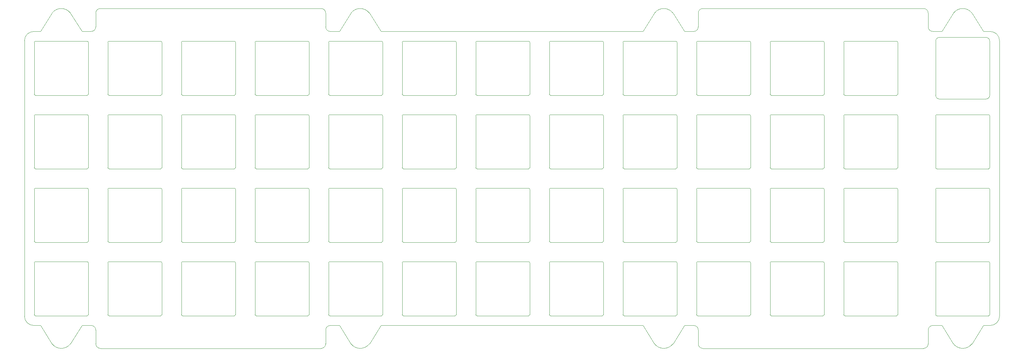
<source format=gbr>
G04 #@! TF.GenerationSoftware,KiCad,Pcbnew,(6.0.5-0)*
G04 #@! TF.CreationDate,2022-07-18T09:45:56-05:00*
G04 #@! TF.ProjectId,plate,706c6174-652e-46b6-9963-61645f706362,rev?*
G04 #@! TF.SameCoordinates,Original*
G04 #@! TF.FileFunction,Profile,NP*
%FSLAX46Y46*%
G04 Gerber Fmt 4.6, Leading zero omitted, Abs format (unit mm)*
G04 Created by KiCad (PCBNEW (6.0.5-0)) date 2022-07-18 09:45:56*
%MOMM*%
%LPD*%
G01*
G04 APERTURE LIST*
G04 #@! TA.AperFunction,Profile*
%ADD10C,0.050000*%
G04 #@! TD*
G04 #@! TA.AperFunction,Profile*
%ADD11C,0.100000*%
G04 #@! TD*
G04 APERTURE END LIST*
D10*
X396479634Y-116681394D02*
G75*
G03*
X398860894Y-114300144I-34J2381294D01*
G01*
X396479634Y-116681404D02*
X394693747Y-116681516D01*
X398860844Y-42862716D02*
G75*
G03*
X396479634Y-40481456I-2381244J16D01*
G01*
X396479634Y-40481456D02*
X394693747Y-40481452D01*
X306587423Y-40481452D02*
X238721741Y-40481452D01*
X150615417Y-40481452D02*
X148829842Y-40481468D01*
X148829842Y-116681404D02*
X150615417Y-116681404D01*
X238721741Y-116681535D02*
X306587423Y-116681516D01*
X146448582Y-42862728D02*
X146448582Y-114300156D01*
X148829842Y-40481482D02*
G75*
G03*
X146448582Y-42862728I-42J-2381218D01*
G01*
X235743948Y-35718780D02*
G75*
G03*
X230981444Y-35718780I-2381252J-1785939D01*
G01*
X158354486Y-35718948D02*
X161331051Y-40481452D01*
X164905385Y-121443684D02*
X164905385Y-117872664D01*
X230981789Y-121442339D02*
X228006107Y-116681535D01*
X380403816Y-39290323D02*
G75*
G03*
X381594405Y-40481284I1190584J-377D01*
G01*
X317303057Y-40481452D02*
X319683080Y-40481284D01*
X146448584Y-114300156D02*
G75*
G03*
X148829842Y-116681416I2381216J-44D01*
G01*
X166092326Y-34527800D02*
G75*
G03*
X164901700Y-35718780I-26J-1190600D01*
G01*
X381598090Y-116681664D02*
G75*
G03*
X380407464Y-117872645I10J-1190636D01*
G01*
X380403781Y-35718780D02*
G75*
G03*
X379213153Y-34527819I-1190581J380D01*
G01*
X391716474Y-35719479D02*
G75*
G03*
X386953450Y-35718780I-2381774J-1785221D01*
G01*
X391716476Y-35719477D02*
X394693747Y-40481452D01*
X320873350Y-121443684D02*
G75*
G03*
X322068017Y-122634644I1190950J-16D01*
G01*
X309562760Y-35718948D02*
X306587423Y-40481452D01*
X381594405Y-40481284D02*
X383976884Y-40481452D01*
X224431773Y-35718780D02*
X224431773Y-39290323D01*
X379214381Y-122636764D02*
G75*
G03*
X380407464Y-121443684I19J1193064D01*
G01*
X164905355Y-121443684D02*
G75*
G03*
X166096011Y-122634645I1190645J-316D01*
G01*
X322064332Y-34527806D02*
G75*
G03*
X320873706Y-35718780I-32J-1190594D01*
G01*
X314325168Y-35718852D02*
G75*
G03*
X309562760Y-35718948I-2381168J-1785848D01*
G01*
X224431816Y-39290323D02*
G75*
G03*
X225622399Y-40481284I1190584J-377D01*
G01*
X386953104Y-121445033D02*
G75*
G03*
X391717182Y-121443852I2381596J1787333D01*
G01*
X230981444Y-35718780D02*
X228006107Y-40481452D01*
X398860894Y-114300144D02*
X398860894Y-42862716D01*
X314325183Y-35718841D02*
X317303057Y-40481452D01*
X223244832Y-122634645D02*
X166096011Y-122634645D01*
X153591092Y-121442344D02*
G75*
G03*
X158352029Y-121443517I2380908J1784644D01*
G01*
X322064332Y-34527819D02*
X379213153Y-34527819D01*
X320873367Y-121443684D02*
X320877391Y-117872645D01*
X158352029Y-121443517D02*
X161331051Y-116681404D01*
X166092326Y-34527819D02*
X223241147Y-34527819D01*
X225626084Y-116681658D02*
G75*
G03*
X224435458Y-117872664I16J-1190642D01*
G01*
X309562417Y-121445031D02*
X306587423Y-116681516D01*
X386953107Y-121445031D02*
X383978113Y-116681516D01*
X163714759Y-116681703D02*
X161331051Y-116681535D01*
X383978113Y-116681516D02*
X381598090Y-116681684D01*
X319683080Y-40481306D02*
G75*
G03*
X320873706Y-39290323I20J1190606D01*
G01*
X224435458Y-117872664D02*
X224435458Y-121443684D01*
X223244832Y-122634658D02*
G75*
G03*
X224435458Y-121443684I-32J1190658D01*
G01*
X153591099Y-121442339D02*
X150615417Y-116681404D01*
X235742719Y-121443517D02*
X238721741Y-116681535D01*
X161331051Y-40481452D02*
X163711074Y-40481284D01*
X380407464Y-117872645D02*
X380407464Y-121443684D01*
X158354486Y-35718948D02*
G75*
G03*
X153591982Y-35718948I-2381252J-1786682D01*
G01*
X391717182Y-121443852D02*
X394693747Y-116681516D01*
X224431681Y-35718780D02*
G75*
G03*
X223241147Y-34527819I-1190581J380D01*
G01*
X386953450Y-35718780D02*
X383976884Y-40481452D01*
X164901700Y-39290323D02*
X164901700Y-35718780D01*
X228006107Y-116681535D02*
X225626084Y-116681703D01*
X309562401Y-121445043D02*
G75*
G03*
X314326492Y-121443852I2381599J1787343D01*
G01*
X164905397Y-117872664D02*
G75*
G03*
X163714759Y-116681703I-1190597J364D01*
G01*
X153591982Y-35718948D02*
X150615417Y-40481452D01*
X163711074Y-40481300D02*
G75*
G03*
X164901700Y-39290323I26J1190600D01*
G01*
X380403779Y-35718780D02*
X380403779Y-39290323D01*
X230981795Y-121442335D02*
G75*
G03*
X235742719Y-121443517I2380905J1784635D01*
G01*
X225622399Y-40481284D02*
X228006107Y-40481452D01*
X320877416Y-117872645D02*
G75*
G03*
X319686765Y-116681684I-1190616J345D01*
G01*
X314326492Y-121443852D02*
X317303057Y-116681516D01*
X320873706Y-39290323D02*
X320873706Y-35718780D01*
X379214381Y-122636767D02*
X322068017Y-122634644D01*
X319686765Y-116681684D02*
X317303057Y-116681516D01*
X235743948Y-35718780D02*
X238721741Y-40481452D01*
D11*
X383336010Y-58006460D02*
X395336010Y-58006460D01*
X395336010Y-42006460D02*
X383336010Y-42006460D01*
X396336009Y-56531460D02*
X396336009Y-56531460D01*
X396336010Y-57006460D02*
X396336010Y-43006460D01*
X382336010Y-57006460D02*
X382336010Y-43006460D01*
X382336010Y-57006460D02*
G75*
G03*
X383336010Y-58006460I1000000J0D01*
G01*
X396336010Y-43006460D02*
G75*
G03*
X395336010Y-42006460I-999999J1D01*
G01*
X383336010Y-42006460D02*
G75*
G03*
X382336010Y-43006460I0J-1000000D01*
G01*
X395336010Y-58006460D02*
G75*
G03*
X396336010Y-57006460I1J999999D01*
G01*
X162972530Y-56706460D02*
X162972530Y-43306460D01*
X148972530Y-56706460D02*
X148972530Y-43306460D01*
X162672530Y-57006460D02*
X149272530Y-57006460D01*
X162672530Y-43006460D02*
X149272530Y-43006460D01*
X148972530Y-56706460D02*
G75*
G03*
X149272530Y-57006460I300000J0D01*
G01*
X149272530Y-43006460D02*
G75*
G03*
X148972530Y-43306460I0J-300000D01*
G01*
X162972530Y-43306460D02*
G75*
G03*
X162672530Y-43006460I-300000J0D01*
G01*
X162672530Y-57006460D02*
G75*
G03*
X162972530Y-56706460I0J300000D01*
G01*
X168022610Y-56706460D02*
X168022610Y-43306460D01*
X181722610Y-57006460D02*
X168322610Y-57006460D01*
X182022610Y-56706460D02*
X182022610Y-43306460D01*
X181722610Y-43006460D02*
X168322610Y-43006460D01*
X168322610Y-43006460D02*
G75*
G03*
X168022610Y-43306460I0J-300000D01*
G01*
X182022610Y-43306460D02*
G75*
G03*
X181722610Y-43006460I-300000J0D01*
G01*
X168022610Y-56706460D02*
G75*
G03*
X168322610Y-57006460I300000J0D01*
G01*
X181722610Y-57006460D02*
G75*
G03*
X182022610Y-56706460I0J300000D01*
G01*
X200772690Y-43006460D02*
X187372690Y-43006460D01*
X187072690Y-56706460D02*
X187072690Y-43306460D01*
X201072690Y-56706460D02*
X201072690Y-43306460D01*
X200772690Y-57006460D02*
X187372690Y-57006460D01*
X187372690Y-43006460D02*
G75*
G03*
X187072690Y-43306460I0J-300000D01*
G01*
X187072690Y-56706460D02*
G75*
G03*
X187372690Y-57006460I300000J0D01*
G01*
X201072690Y-43306460D02*
G75*
G03*
X200772690Y-43006460I-300000J0D01*
G01*
X200772690Y-57006460D02*
G75*
G03*
X201072690Y-56706460I0J300000D01*
G01*
X219822770Y-43006460D02*
X206422770Y-43006460D01*
X206122770Y-56706460D02*
X206122770Y-43306460D01*
X220122770Y-56706460D02*
X220122770Y-43306460D01*
X219822770Y-57006460D02*
X206422770Y-57006460D01*
X220122770Y-43306460D02*
G75*
G03*
X219822770Y-43006460I-300000J0D01*
G01*
X206122770Y-56706460D02*
G75*
G03*
X206422770Y-57006460I300000J0D01*
G01*
X219822770Y-57006460D02*
G75*
G03*
X220122770Y-56706460I0J300000D01*
G01*
X206422770Y-43006460D02*
G75*
G03*
X206122770Y-43306460I0J-300000D01*
G01*
X239172850Y-56706460D02*
X239172850Y-43306460D01*
X225172850Y-56706460D02*
X225172850Y-43306460D01*
X238872850Y-57006460D02*
X225472850Y-57006460D01*
X238872850Y-43006460D02*
X225472850Y-43006460D01*
X225172850Y-56706460D02*
G75*
G03*
X225472850Y-57006460I300000J0D01*
G01*
X225472850Y-43006460D02*
G75*
G03*
X225172850Y-43306460I0J-300000D01*
G01*
X239172850Y-43306460D02*
G75*
G03*
X238872850Y-43006460I-300000J0D01*
G01*
X238872850Y-57006460D02*
G75*
G03*
X239172850Y-56706460I0J300000D01*
G01*
X334123250Y-57006460D02*
X320723250Y-57006460D01*
X320423250Y-56706460D02*
X320423250Y-43306460D01*
X334423250Y-56706460D02*
X334423250Y-43306460D01*
X334123250Y-43006460D02*
X320723250Y-43006460D01*
X320423250Y-56706460D02*
G75*
G03*
X320723250Y-57006460I300000J0D01*
G01*
X320723250Y-43006460D02*
G75*
G03*
X320423250Y-43306460I0J-300000D01*
G01*
X334123250Y-57006460D02*
G75*
G03*
X334423250Y-56706460I0J300000D01*
G01*
X334423250Y-43306460D02*
G75*
G03*
X334123250Y-43006460I-300000J0D01*
G01*
X339473330Y-56706460D02*
X339473330Y-43306460D01*
X353173330Y-43006460D02*
X339773330Y-43006460D01*
X353473330Y-56706460D02*
X353473330Y-43306460D01*
X353173330Y-57006460D02*
X339773330Y-57006460D01*
X353173330Y-57006460D02*
G75*
G03*
X353473330Y-56706460I0J300000D01*
G01*
X353473330Y-43306460D02*
G75*
G03*
X353173330Y-43006460I-300000J0D01*
G01*
X339773330Y-43006460D02*
G75*
G03*
X339473330Y-43306460I0J-300000D01*
G01*
X339473330Y-56706460D02*
G75*
G03*
X339773330Y-57006460I300000J0D01*
G01*
X162672530Y-76056540D02*
X149272530Y-76056540D01*
X162972530Y-75756540D02*
X162972530Y-62356540D01*
X162672530Y-62056540D02*
X149272530Y-62056540D01*
X148972530Y-75756540D02*
X148972530Y-62356540D01*
X162972530Y-62356540D02*
G75*
G03*
X162672530Y-62056540I-300000J0D01*
G01*
X149272530Y-62056540D02*
G75*
G03*
X148972530Y-62356540I0J-300000D01*
G01*
X148972530Y-75756540D02*
G75*
G03*
X149272530Y-76056540I300000J0D01*
G01*
X162672530Y-76056540D02*
G75*
G03*
X162972530Y-75756540I0J300000D01*
G01*
X201072690Y-75756540D02*
X201072690Y-62356540D01*
X200772690Y-76056540D02*
X187372690Y-76056540D01*
X187072690Y-75756540D02*
X187072690Y-62356540D01*
X200772690Y-62056540D02*
X187372690Y-62056540D01*
X200772690Y-76056540D02*
G75*
G03*
X201072690Y-75756540I0J300000D01*
G01*
X187372690Y-62056540D02*
G75*
G03*
X187072690Y-62356540I0J-300000D01*
G01*
X201072690Y-62356540D02*
G75*
G03*
X200772690Y-62056540I-300000J0D01*
G01*
X187072690Y-75756540D02*
G75*
G03*
X187372690Y-76056540I300000J0D01*
G01*
X238872850Y-62056540D02*
X225472850Y-62056540D01*
X238872850Y-76056540D02*
X225472850Y-76056540D01*
X225172850Y-75756540D02*
X225172850Y-62356540D01*
X239172850Y-75756540D02*
X239172850Y-62356540D01*
X238872850Y-76056540D02*
G75*
G03*
X239172850Y-75756540I0J300000D01*
G01*
X225172850Y-75756540D02*
G75*
G03*
X225472850Y-76056540I300000J0D01*
G01*
X225472850Y-62056540D02*
G75*
G03*
X225172850Y-62356540I0J-300000D01*
G01*
X239172850Y-62356540D02*
G75*
G03*
X238872850Y-62056540I-300000J0D01*
G01*
X244222930Y-75756540D02*
X244222930Y-62356540D01*
X257922930Y-62056540D02*
X244522930Y-62056540D01*
X258222930Y-75756540D02*
X258222930Y-62356540D01*
X257922930Y-76056540D02*
X244522930Y-76056540D01*
X244522930Y-62056540D02*
G75*
G03*
X244222930Y-62356540I0J-300000D01*
G01*
X244222930Y-75756540D02*
G75*
G03*
X244522930Y-76056540I300000J0D01*
G01*
X257922930Y-76056540D02*
G75*
G03*
X258222930Y-75756540I0J300000D01*
G01*
X258222930Y-62356540D02*
G75*
G03*
X257922930Y-62056540I-300000J0D01*
G01*
X263273010Y-75756540D02*
X263273010Y-62356540D01*
X276973010Y-62056540D02*
X263573010Y-62056540D01*
X277273010Y-75756540D02*
X277273010Y-62356540D01*
X276973010Y-76056540D02*
X263573010Y-76056540D01*
X276973010Y-76056540D02*
G75*
G03*
X277273010Y-75756540I0J300000D01*
G01*
X277273010Y-62356540D02*
G75*
G03*
X276973010Y-62056540I-300000J0D01*
G01*
X263573010Y-62056540D02*
G75*
G03*
X263273010Y-62356540I0J-300000D01*
G01*
X263273010Y-75756540D02*
G75*
G03*
X263573010Y-76056540I300000J0D01*
G01*
X296323090Y-75756540D02*
X296323090Y-62356540D01*
X296023090Y-76056540D02*
X282623090Y-76056540D01*
X296023090Y-62056540D02*
X282623090Y-62056540D01*
X282323090Y-75756540D02*
X282323090Y-62356540D01*
X296323090Y-62356540D02*
G75*
G03*
X296023090Y-62056540I-300000J0D01*
G01*
X296023090Y-76056540D02*
G75*
G03*
X296323090Y-75756540I0J300000D01*
G01*
X282323090Y-75756540D02*
G75*
G03*
X282623090Y-76056540I300000J0D01*
G01*
X282623090Y-62056540D02*
G75*
G03*
X282323090Y-62356540I0J-300000D01*
G01*
X315073170Y-62056540D02*
X301673170Y-62056540D01*
X315073170Y-76056540D02*
X301673170Y-76056540D01*
X301373170Y-75756540D02*
X301373170Y-62356540D01*
X315373170Y-75756540D02*
X315373170Y-62356540D01*
X315073170Y-76056540D02*
G75*
G03*
X315373170Y-75756540I0J300000D01*
G01*
X301673170Y-62056540D02*
G75*
G03*
X301373170Y-62356540I0J-300000D01*
G01*
X315373170Y-62356540D02*
G75*
G03*
X315073170Y-62056540I-300000J0D01*
G01*
X301373170Y-75756540D02*
G75*
G03*
X301673170Y-76056540I300000J0D01*
G01*
X334423250Y-75756540D02*
X334423250Y-62356540D01*
X334123250Y-62056540D02*
X320723250Y-62056540D01*
X320423250Y-75756540D02*
X320423250Y-62356540D01*
X334123250Y-76056540D02*
X320723250Y-76056540D01*
X334123250Y-76056540D02*
G75*
G03*
X334423250Y-75756540I0J300000D01*
G01*
X334423250Y-62356540D02*
G75*
G03*
X334123250Y-62056540I-300000J0D01*
G01*
X320423250Y-75756540D02*
G75*
G03*
X320723250Y-76056540I300000J0D01*
G01*
X320723250Y-62056540D02*
G75*
G03*
X320423250Y-62356540I0J-300000D01*
G01*
X353173330Y-76056540D02*
X339773330Y-76056540D01*
X353473330Y-75756540D02*
X353473330Y-62356540D01*
X353173330Y-62056540D02*
X339773330Y-62056540D01*
X339473330Y-75756540D02*
X339473330Y-62356540D01*
X339773330Y-62056540D02*
G75*
G03*
X339473330Y-62356540I0J-300000D01*
G01*
X353173330Y-76056540D02*
G75*
G03*
X353473330Y-75756540I0J300000D01*
G01*
X353473330Y-62356540D02*
G75*
G03*
X353173330Y-62056540I-300000J0D01*
G01*
X339473330Y-75756540D02*
G75*
G03*
X339773330Y-76056540I300000J0D01*
G01*
X358523410Y-75756540D02*
X358523410Y-62356540D01*
X372223410Y-76056540D02*
X358823410Y-76056540D01*
X372223410Y-62056540D02*
X358823410Y-62056540D01*
X372523410Y-75756540D02*
X372523410Y-62356540D01*
X372523410Y-62356540D02*
G75*
G03*
X372223410Y-62056540I-300000J0D01*
G01*
X358823410Y-62056540D02*
G75*
G03*
X358523410Y-62356540I0J-300000D01*
G01*
X358523410Y-75756540D02*
G75*
G03*
X358823410Y-76056540I300000J0D01*
G01*
X372223410Y-76056540D02*
G75*
G03*
X372523410Y-75756540I0J300000D01*
G01*
X162972530Y-94806620D02*
X162972530Y-81406620D01*
X162672530Y-81106620D02*
X149272530Y-81106620D01*
X148972530Y-94806620D02*
X148972530Y-81406620D01*
X162672530Y-95106620D02*
X149272530Y-95106620D01*
X149272530Y-81106620D02*
G75*
G03*
X148972530Y-81406620I0J-300000D01*
G01*
X162972530Y-81406620D02*
G75*
G03*
X162672530Y-81106620I-300000J0D01*
G01*
X148972530Y-94806620D02*
G75*
G03*
X149272530Y-95106620I300000J0D01*
G01*
X162672530Y-95106620D02*
G75*
G03*
X162972530Y-94806620I0J300000D01*
G01*
X182022610Y-94806620D02*
X182022610Y-81406620D01*
X168022610Y-94806620D02*
X168022610Y-81406620D01*
X181722610Y-81106620D02*
X168322610Y-81106620D01*
X181722610Y-95106620D02*
X168322610Y-95106620D01*
X168322610Y-81106620D02*
G75*
G03*
X168022610Y-81406620I0J-300000D01*
G01*
X168022610Y-94806620D02*
G75*
G03*
X168322610Y-95106620I300000J0D01*
G01*
X182022610Y-81406620D02*
G75*
G03*
X181722610Y-81106620I-300000J0D01*
G01*
X181722610Y-95106620D02*
G75*
G03*
X182022610Y-94806620I0J300000D01*
G01*
X201072690Y-94806620D02*
X201072690Y-81406620D01*
X187072690Y-94806620D02*
X187072690Y-81406620D01*
X200772690Y-81106620D02*
X187372690Y-81106620D01*
X200772690Y-95106620D02*
X187372690Y-95106620D01*
X187072690Y-94806620D02*
G75*
G03*
X187372690Y-95106620I300000J0D01*
G01*
X201072690Y-81406620D02*
G75*
G03*
X200772690Y-81106620I-300000J0D01*
G01*
X200772690Y-95106620D02*
G75*
G03*
X201072690Y-94806620I0J300000D01*
G01*
X187372690Y-81106620D02*
G75*
G03*
X187072690Y-81406620I0J-300000D01*
G01*
X219822770Y-95106620D02*
X206422770Y-95106620D01*
X220122770Y-94806620D02*
X220122770Y-81406620D01*
X206122770Y-94806620D02*
X206122770Y-81406620D01*
X219822770Y-81106620D02*
X206422770Y-81106620D01*
X220122770Y-81406620D02*
G75*
G03*
X219822770Y-81106620I-300000J0D01*
G01*
X206422770Y-81106620D02*
G75*
G03*
X206122770Y-81406620I0J-300000D01*
G01*
X219822770Y-95106620D02*
G75*
G03*
X220122770Y-94806620I0J300000D01*
G01*
X206122770Y-94806620D02*
G75*
G03*
X206422770Y-95106620I300000J0D01*
G01*
X238872850Y-81106620D02*
X225472850Y-81106620D01*
X225172850Y-94806620D02*
X225172850Y-81406620D01*
X238872850Y-95106620D02*
X225472850Y-95106620D01*
X239172850Y-94806620D02*
X239172850Y-81406620D01*
X225472850Y-81106620D02*
G75*
G03*
X225172850Y-81406620I0J-300000D01*
G01*
X225172850Y-94806620D02*
G75*
G03*
X225472850Y-95106620I300000J0D01*
G01*
X239172850Y-81406620D02*
G75*
G03*
X238872850Y-81106620I-300000J0D01*
G01*
X238872850Y-95106620D02*
G75*
G03*
X239172850Y-94806620I0J300000D01*
G01*
X257922930Y-81106620D02*
X244522930Y-81106620D01*
X244222930Y-94806620D02*
X244222930Y-81406620D01*
X258222930Y-94806620D02*
X258222930Y-81406620D01*
X257922930Y-95106620D02*
X244522930Y-95106620D01*
X257922930Y-95106620D02*
G75*
G03*
X258222930Y-94806620I0J300000D01*
G01*
X244222930Y-94806620D02*
G75*
G03*
X244522930Y-95106620I300000J0D01*
G01*
X244522930Y-81106620D02*
G75*
G03*
X244222930Y-81406620I0J-300000D01*
G01*
X258222930Y-81406620D02*
G75*
G03*
X257922930Y-81106620I-300000J0D01*
G01*
X263273010Y-94806620D02*
X263273010Y-81406620D01*
X276973010Y-95106620D02*
X263573010Y-95106620D01*
X277273010Y-94806620D02*
X277273010Y-81406620D01*
X276973010Y-81106620D02*
X263573010Y-81106620D01*
X276973010Y-95106620D02*
G75*
G03*
X277273010Y-94806620I0J300000D01*
G01*
X263273010Y-94806620D02*
G75*
G03*
X263573010Y-95106620I300000J0D01*
G01*
X277273010Y-81406620D02*
G75*
G03*
X276973010Y-81106620I-300000J0D01*
G01*
X263573010Y-81106620D02*
G75*
G03*
X263273010Y-81406620I0J-300000D01*
G01*
X296023090Y-95106620D02*
X282623090Y-95106620D01*
X296023090Y-81106620D02*
X282623090Y-81106620D01*
X282323090Y-94806620D02*
X282323090Y-81406620D01*
X296323090Y-94806620D02*
X296323090Y-81406620D01*
X282623090Y-81106620D02*
G75*
G03*
X282323090Y-81406620I0J-300000D01*
G01*
X296323090Y-81406620D02*
G75*
G03*
X296023090Y-81106620I-300000J0D01*
G01*
X282323090Y-94806620D02*
G75*
G03*
X282623090Y-95106620I300000J0D01*
G01*
X296023090Y-95106620D02*
G75*
G03*
X296323090Y-94806620I0J300000D01*
G01*
X315073170Y-95106620D02*
X301673170Y-95106620D01*
X315373170Y-94806620D02*
X315373170Y-81406620D01*
X315073170Y-81106620D02*
X301673170Y-81106620D01*
X301373170Y-94806620D02*
X301373170Y-81406620D01*
X301673170Y-81106620D02*
G75*
G03*
X301373170Y-81406620I0J-300000D01*
G01*
X315373170Y-81406620D02*
G75*
G03*
X315073170Y-81106620I-300000J0D01*
G01*
X315073170Y-95106620D02*
G75*
G03*
X315373170Y-94806620I0J300000D01*
G01*
X301373170Y-94806620D02*
G75*
G03*
X301673170Y-95106620I300000J0D01*
G01*
X334123250Y-81106620D02*
X320723250Y-81106620D01*
X320423250Y-94806620D02*
X320423250Y-81406620D01*
X334123250Y-95106620D02*
X320723250Y-95106620D01*
X334423250Y-94806620D02*
X334423250Y-81406620D01*
X320723250Y-81106620D02*
G75*
G03*
X320423250Y-81406620I0J-300000D01*
G01*
X320423250Y-94806620D02*
G75*
G03*
X320723250Y-95106620I300000J0D01*
G01*
X334123250Y-95106620D02*
G75*
G03*
X334423250Y-94806620I0J300000D01*
G01*
X334423250Y-81406620D02*
G75*
G03*
X334123250Y-81106620I-300000J0D01*
G01*
X353173330Y-81106620D02*
X339773330Y-81106620D01*
X339473330Y-94806620D02*
X339473330Y-81406620D01*
X353473330Y-94806620D02*
X353473330Y-81406620D01*
X353173330Y-95106620D02*
X339773330Y-95106620D01*
X339773330Y-81106620D02*
G75*
G03*
X339473330Y-81406620I0J-300000D01*
G01*
X339473330Y-94806620D02*
G75*
G03*
X339773330Y-95106620I300000J0D01*
G01*
X353173330Y-95106620D02*
G75*
G03*
X353473330Y-94806620I0J300000D01*
G01*
X353473330Y-81406620D02*
G75*
G03*
X353173330Y-81106620I-300000J0D01*
G01*
X372523410Y-94806620D02*
X372523410Y-81406620D01*
X372223410Y-81106620D02*
X358823410Y-81106620D01*
X372223410Y-95106620D02*
X358823410Y-95106620D01*
X358523410Y-94806620D02*
X358523410Y-81406620D01*
X358823410Y-81106620D02*
G75*
G03*
X358523410Y-81406620I0J-300000D01*
G01*
X358523410Y-94806620D02*
G75*
G03*
X358823410Y-95106620I300000J0D01*
G01*
X372223410Y-95106620D02*
G75*
G03*
X372523410Y-94806620I0J300000D01*
G01*
X372523410Y-81406620D02*
G75*
G03*
X372223410Y-81106620I-300000J0D01*
G01*
X182022610Y-113856700D02*
X182022610Y-100456700D01*
X181722610Y-100156700D02*
X168322610Y-100156700D01*
X168022610Y-113856700D02*
X168022610Y-100456700D01*
X181722610Y-114156700D02*
X168322610Y-114156700D01*
X168322610Y-100156700D02*
G75*
G03*
X168022610Y-100456700I0J-300000D01*
G01*
X168022610Y-113856700D02*
G75*
G03*
X168322610Y-114156700I300000J0D01*
G01*
X182022610Y-100456700D02*
G75*
G03*
X181722610Y-100156700I-300000J0D01*
G01*
X181722610Y-114156700D02*
G75*
G03*
X182022610Y-113856700I0J300000D01*
G01*
X200772690Y-100156700D02*
X187372690Y-100156700D01*
X201072690Y-113856700D02*
X201072690Y-100456700D01*
X200772690Y-114156700D02*
X187372690Y-114156700D01*
X187072690Y-113856700D02*
X187072690Y-100456700D01*
X201072690Y-100456700D02*
G75*
G03*
X200772690Y-100156700I-300000J0D01*
G01*
X187372690Y-100156700D02*
G75*
G03*
X187072690Y-100456700I0J-300000D01*
G01*
X187072690Y-113856700D02*
G75*
G03*
X187372690Y-114156700I300000J0D01*
G01*
X200772690Y-114156700D02*
G75*
G03*
X201072690Y-113856700I0J300000D01*
G01*
X219822770Y-100156700D02*
X206422770Y-100156700D01*
X220122770Y-113856700D02*
X220122770Y-100456700D01*
X219822770Y-114156700D02*
X206422770Y-114156700D01*
X206122770Y-113856700D02*
X206122770Y-100456700D01*
X206422770Y-100156700D02*
G75*
G03*
X206122770Y-100456700I0J-300000D01*
G01*
X220122770Y-100456700D02*
G75*
G03*
X219822770Y-100156700I-300000J0D01*
G01*
X219822770Y-114156700D02*
G75*
G03*
X220122770Y-113856700I0J300000D01*
G01*
X206122770Y-113856700D02*
G75*
G03*
X206422770Y-114156700I300000J0D01*
G01*
X225172850Y-113856700D02*
X225172850Y-100456700D01*
X238872850Y-100156700D02*
X225472850Y-100156700D01*
X239172850Y-113856700D02*
X239172850Y-100456700D01*
X238872850Y-114156700D02*
X225472850Y-114156700D01*
X225172850Y-113856700D02*
G75*
G03*
X225472850Y-114156700I300000J0D01*
G01*
X239172850Y-100456700D02*
G75*
G03*
X238872850Y-100156700I-300000J0D01*
G01*
X238872850Y-114156700D02*
G75*
G03*
X239172850Y-113856700I0J300000D01*
G01*
X225472850Y-100156700D02*
G75*
G03*
X225172850Y-100456700I0J-300000D01*
G01*
X258222930Y-113856700D02*
X258222930Y-100456700D01*
X244222930Y-113856700D02*
X244222930Y-100456700D01*
X257922930Y-100156700D02*
X244522930Y-100156700D01*
X257922930Y-114156700D02*
X244522930Y-114156700D01*
X244522930Y-100156700D02*
G75*
G03*
X244222930Y-100456700I0J-300000D01*
G01*
X244222930Y-113856700D02*
G75*
G03*
X244522930Y-114156700I300000J0D01*
G01*
X258222930Y-100456700D02*
G75*
G03*
X257922930Y-100156700I-300000J0D01*
G01*
X257922930Y-114156700D02*
G75*
G03*
X258222930Y-113856700I0J300000D01*
G01*
X263273010Y-113856700D02*
X263273010Y-100456700D01*
X276973010Y-100156700D02*
X263573010Y-100156700D01*
X276973010Y-114156700D02*
X263573010Y-114156700D01*
X277273010Y-113856700D02*
X277273010Y-100456700D01*
X263573010Y-100156700D02*
G75*
G03*
X263273010Y-100456700I0J-300000D01*
G01*
X276973010Y-114156700D02*
G75*
G03*
X277273010Y-113856700I0J300000D01*
G01*
X263273010Y-113856700D02*
G75*
G03*
X263573010Y-114156700I300000J0D01*
G01*
X277273010Y-100456700D02*
G75*
G03*
X276973010Y-100156700I-300000J0D01*
G01*
X282323090Y-113856700D02*
X282323090Y-100456700D01*
X296023090Y-100156700D02*
X282623090Y-100156700D01*
X296323090Y-113856700D02*
X296323090Y-100456700D01*
X296023090Y-114156700D02*
X282623090Y-114156700D01*
X296323090Y-100456700D02*
G75*
G03*
X296023090Y-100156700I-300000J0D01*
G01*
X282323090Y-113856700D02*
G75*
G03*
X282623090Y-114156700I300000J0D01*
G01*
X296023090Y-114156700D02*
G75*
G03*
X296323090Y-113856700I0J300000D01*
G01*
X282623090Y-100156700D02*
G75*
G03*
X282323090Y-100456700I0J-300000D01*
G01*
X315073170Y-100156700D02*
X301673170Y-100156700D01*
X301373170Y-113856700D02*
X301373170Y-100456700D01*
X315073170Y-114156700D02*
X301673170Y-114156700D01*
X315373170Y-113856700D02*
X315373170Y-100456700D01*
X315373170Y-100456700D02*
G75*
G03*
X315073170Y-100156700I-300000J0D01*
G01*
X301373170Y-113856700D02*
G75*
G03*
X301673170Y-114156700I300000J0D01*
G01*
X315073170Y-114156700D02*
G75*
G03*
X315373170Y-113856700I0J300000D01*
G01*
X301673170Y-100156700D02*
G75*
G03*
X301373170Y-100456700I0J-300000D01*
G01*
X334123250Y-114156700D02*
X320723250Y-114156700D01*
X320423250Y-113856700D02*
X320423250Y-100456700D01*
X334123250Y-100156700D02*
X320723250Y-100156700D01*
X334423250Y-113856700D02*
X334423250Y-100456700D01*
X320723250Y-100156700D02*
G75*
G03*
X320423250Y-100456700I0J-300000D01*
G01*
X334423250Y-100456700D02*
G75*
G03*
X334123250Y-100156700I-300000J0D01*
G01*
X334123250Y-114156700D02*
G75*
G03*
X334423250Y-113856700I0J300000D01*
G01*
X320423250Y-113856700D02*
G75*
G03*
X320723250Y-114156700I300000J0D01*
G01*
X353173330Y-114160000D02*
X339773330Y-114160000D01*
X339473330Y-113860000D02*
X339473330Y-100460000D01*
X353473330Y-113860000D02*
X353473330Y-100460000D01*
X353173330Y-100160000D02*
X339773330Y-100160000D01*
X353473330Y-100460000D02*
G75*
G03*
X353173330Y-100160000I-300000J0D01*
G01*
X353173330Y-114160000D02*
G75*
G03*
X353473330Y-113860000I0J300000D01*
G01*
X339773330Y-100160000D02*
G75*
G03*
X339473330Y-100460000I0J-300000D01*
G01*
X339473330Y-113860000D02*
G75*
G03*
X339773330Y-114160000I300000J0D01*
G01*
X358523410Y-113856700D02*
X358523410Y-100456700D01*
X372523410Y-113856700D02*
X372523410Y-100456700D01*
X372223410Y-114156700D02*
X358823410Y-114156700D01*
X372223410Y-100156700D02*
X358823410Y-100156700D01*
X358823410Y-100156700D02*
G75*
G03*
X358523410Y-100456700I0J-300000D01*
G01*
X358523410Y-113856700D02*
G75*
G03*
X358823410Y-114156700I300000J0D01*
G01*
X372523410Y-100456700D02*
G75*
G03*
X372223410Y-100156700I-300000J0D01*
G01*
X372223410Y-114156700D02*
G75*
G03*
X372523410Y-113856700I0J300000D01*
G01*
X162972530Y-113856700D02*
X162972530Y-100456700D01*
X162672530Y-114156700D02*
X149272530Y-114156700D01*
X162672530Y-100156700D02*
X149272530Y-100156700D01*
X148972530Y-113856700D02*
X148972530Y-100456700D01*
X148972530Y-113856700D02*
G75*
G03*
X149272530Y-114156700I300000J0D01*
G01*
X149272530Y-100156700D02*
G75*
G03*
X148972530Y-100456700I0J-300000D01*
G01*
X162672530Y-114156700D02*
G75*
G03*
X162972530Y-113856700I0J300000D01*
G01*
X162972530Y-100456700D02*
G75*
G03*
X162672530Y-100156700I-300000J0D01*
G01*
X181722610Y-62056540D02*
X168322610Y-62056540D01*
X181722610Y-76056540D02*
X168322610Y-76056540D01*
X182022610Y-75756540D02*
X182022610Y-62356540D01*
X168022610Y-75756540D02*
X168022610Y-62356540D01*
X168022610Y-75756540D02*
G75*
G03*
X168322610Y-76056540I300000J0D01*
G01*
X181722610Y-76056540D02*
G75*
G03*
X182022610Y-75756540I0J300000D01*
G01*
X182022610Y-62356540D02*
G75*
G03*
X181722610Y-62056540I-300000J0D01*
G01*
X168322610Y-62056540D02*
G75*
G03*
X168022610Y-62356540I0J-300000D01*
G01*
X396035890Y-95106428D02*
X382635890Y-95106428D01*
X396335890Y-94806428D02*
X396335890Y-81406428D01*
X396035890Y-81106428D02*
X382635890Y-81106428D01*
X382335890Y-94806428D02*
X382335890Y-81406428D01*
X382635890Y-81106428D02*
G75*
G03*
X382335890Y-81406428I0J-300000D01*
G01*
X396335890Y-81406428D02*
G75*
G03*
X396035890Y-81106428I-300000J0D01*
G01*
X382335890Y-94806428D02*
G75*
G03*
X382635890Y-95106428I300000J0D01*
G01*
X396035890Y-95106428D02*
G75*
G03*
X396335890Y-94806428I0J300000D01*
G01*
X396035890Y-62056444D02*
X382635890Y-62056444D01*
X396035890Y-76056444D02*
X382635890Y-76056444D01*
X396335890Y-75756444D02*
X396335890Y-62356444D01*
X382335890Y-75756444D02*
X382335890Y-62356444D01*
X396335890Y-62356444D02*
G75*
G03*
X396035890Y-62056444I-300000J0D01*
G01*
X396035890Y-76056444D02*
G75*
G03*
X396335890Y-75756444I0J300000D01*
G01*
X382635890Y-62056444D02*
G75*
G03*
X382335890Y-62356444I0J-300000D01*
G01*
X382335890Y-75756444D02*
G75*
G03*
X382635890Y-76056444I300000J0D01*
G01*
X372223410Y-43006460D02*
X358823410Y-43006460D01*
X372523410Y-56706460D02*
X372523410Y-43306460D01*
X358523410Y-56706460D02*
X358523410Y-43306460D01*
X372223410Y-57006460D02*
X358823410Y-57006460D01*
X372223410Y-57006460D02*
G75*
G03*
X372523410Y-56706460I0J300000D01*
G01*
X372523410Y-43306460D02*
G75*
G03*
X372223410Y-43006460I-300000J0D01*
G01*
X358823410Y-43006460D02*
G75*
G03*
X358523410Y-43306460I0J-300000D01*
G01*
X358523410Y-56706460D02*
G75*
G03*
X358823410Y-57006460I300000J0D01*
G01*
X396336010Y-113856700D02*
X396336010Y-100456700D01*
X396036010Y-114156700D02*
X382636010Y-114156700D01*
X396036010Y-100156700D02*
X382636010Y-100156700D01*
X382336010Y-113856700D02*
X382336010Y-100456700D01*
X396336010Y-100456700D02*
G75*
G03*
X396036010Y-100156700I-300000J0D01*
G01*
X382336010Y-113856700D02*
G75*
G03*
X382636010Y-114156700I300000J0D01*
G01*
X382636010Y-100156700D02*
G75*
G03*
X382336010Y-100456700I0J-300000D01*
G01*
X396036010Y-114156700D02*
G75*
G03*
X396336010Y-113856700I0J300000D01*
G01*
X219822770Y-76056540D02*
X206422770Y-76056540D01*
X220122770Y-75756540D02*
X220122770Y-62356540D01*
X206122770Y-75756540D02*
X206122770Y-62356540D01*
X219822770Y-62056540D02*
X206422770Y-62056540D01*
X206422770Y-62056540D02*
G75*
G03*
X206122770Y-62356540I0J-300000D01*
G01*
X220122770Y-62356540D02*
G75*
G03*
X219822770Y-62056540I-300000J0D01*
G01*
X219822770Y-76056540D02*
G75*
G03*
X220122770Y-75756540I0J300000D01*
G01*
X206122770Y-75756540D02*
G75*
G03*
X206422770Y-76056540I300000J0D01*
G01*
X258223314Y-56706460D02*
X258223314Y-43306460D01*
X257923314Y-57006460D02*
X244523314Y-57006460D01*
X244223314Y-56706460D02*
X244223314Y-43306460D01*
X257923314Y-43006460D02*
X244523314Y-43006460D01*
X257923314Y-57006460D02*
G75*
G03*
X258223314Y-56706460I0J300000D01*
G01*
X244223314Y-56706460D02*
G75*
G03*
X244523314Y-57006460I300000J0D01*
G01*
X244523314Y-43006460D02*
G75*
G03*
X244223314Y-43306460I0J-300000D01*
G01*
X258223314Y-43306460D02*
G75*
G03*
X257923314Y-43006460I-300000J0D01*
G01*
X263273330Y-56706460D02*
X263273330Y-43306460D01*
X277273330Y-56706460D02*
X277273330Y-43306460D01*
X276973330Y-43006460D02*
X263573330Y-43006460D01*
X276973330Y-57006460D02*
X263573330Y-57006460D01*
X263573330Y-43006460D02*
G75*
G03*
X263273330Y-43306460I0J-300000D01*
G01*
X263273330Y-56706460D02*
G75*
G03*
X263573330Y-57006460I300000J0D01*
G01*
X276973330Y-57006460D02*
G75*
G03*
X277273330Y-56706460I0J300000D01*
G01*
X277273330Y-43306460D02*
G75*
G03*
X276973330Y-43006460I-300000J0D01*
G01*
X296023346Y-43006460D02*
X282623346Y-43006460D01*
X296023346Y-57006460D02*
X282623346Y-57006460D01*
X296323346Y-56706460D02*
X296323346Y-43306460D01*
X282323346Y-56706460D02*
X282323346Y-43306460D01*
X282323346Y-56706460D02*
G75*
G03*
X282623346Y-57006460I300000J0D01*
G01*
X282623346Y-43006460D02*
G75*
G03*
X282323346Y-43306460I0J-300000D01*
G01*
X296023346Y-57006460D02*
G75*
G03*
X296323346Y-56706460I0J300000D01*
G01*
X296323346Y-43306460D02*
G75*
G03*
X296023346Y-43006460I-300000J0D01*
G01*
X315373362Y-56706460D02*
X315373362Y-43306460D01*
X315073362Y-57006460D02*
X301673362Y-57006460D01*
X315073362Y-43006460D02*
X301673362Y-43006460D01*
X301373362Y-56706460D02*
X301373362Y-43306460D01*
X315373362Y-43306460D02*
G75*
G03*
X315073362Y-43006460I-300000J0D01*
G01*
X301673362Y-43006460D02*
G75*
G03*
X301373362Y-43306460I0J-300000D01*
G01*
X301373362Y-56706460D02*
G75*
G03*
X301673362Y-57006460I300000J0D01*
G01*
X315073362Y-57006460D02*
G75*
G03*
X315373362Y-56706460I0J300000D01*
G01*
M02*

</source>
